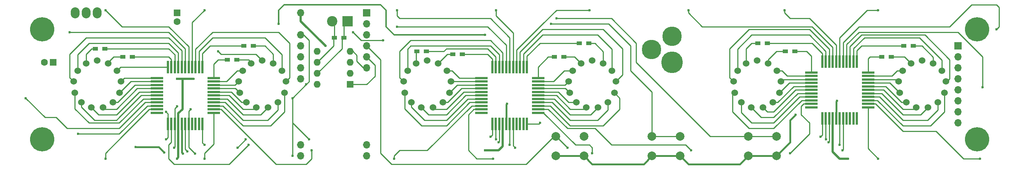
<source format=gbr>
G04 #@! TF.FileFunction,Copper,L2,Bot,Signal*
%FSLAX46Y46*%
G04 Gerber Fmt 4.6, Leading zero omitted, Abs format (unit mm)*
G04 Created by KiCad (PCBNEW 4.0.7) date Thursday, October 12, 2017 'PMt' 07:19:01 PM*
%MOMM*%
%LPD*%
G01*
G04 APERTURE LIST*
%ADD10C,0.100000*%
%ADD11R,1.200000X0.900000*%
%ADD12R,1.700000X1.700000*%
%ADD13O,1.700000X1.700000*%
%ADD14O,2.032000X2.540000*%
%ADD15R,0.560000X3.000000*%
%ADD16R,3.000000X0.560000*%
%ADD17C,1.524000*%
%ADD18C,2.000000*%
%ADD19C,2.400000*%
%ADD20R,2.400000X2.400000*%
%ADD21R,1.600000X1.600000*%
%ADD22C,1.600000*%
%ADD23C,4.500000*%
%ADD24C,5.000000*%
%ADD25O,1.600000X1.600000*%
%ADD26C,5.600000*%
%ADD27C,0.600000*%
%ADD28C,0.508000*%
%ADD29C,0.381000*%
%ADD30C,0.250000*%
%ADD31C,0.304800*%
G04 APERTURE END LIST*
D10*
D11*
X73830000Y-8255000D03*
X76030000Y-8255000D03*
X200195000Y-12700000D03*
X202395000Y-12700000D03*
X205275000Y-10160000D03*
X207475000Y-10160000D03*
X173820000Y-9525000D03*
X171620000Y-9525000D03*
X180170000Y-11430000D03*
X177970000Y-11430000D03*
X124630000Y-12700000D03*
X126830000Y-12700000D03*
X130345000Y-9525000D03*
X132545000Y-9525000D03*
X95080000Y-11430000D03*
X92880000Y-11430000D03*
X103335000Y-12065000D03*
X101135000Y-12065000D03*
X49065000Y-13335000D03*
X51265000Y-13335000D03*
X52875000Y-10160000D03*
X55075000Y-10160000D03*
X20785000Y-10795000D03*
X18585000Y-10795000D03*
X27135000Y-12700000D03*
X24935000Y-12700000D03*
D12*
X217805000Y-10160000D03*
D13*
X217805000Y-12700000D03*
X217805000Y-15240000D03*
X217805000Y-17780000D03*
X217805000Y-20320000D03*
X217805000Y-22860000D03*
X217805000Y-25400000D03*
X217805000Y-27940000D03*
D14*
X16510000Y-2540000D03*
X19050000Y-2540000D03*
X13970000Y-2540000D03*
D13*
X66040000Y-35560000D03*
X66040000Y-33020000D03*
X66040000Y-17780000D03*
X66040000Y-15240000D03*
X66040000Y-12700000D03*
X66040000Y-10160000D03*
X66040000Y-7620000D03*
D12*
X81280000Y-2540000D03*
D13*
X81280000Y-7620000D03*
X81280000Y-10160000D03*
X81280000Y-12700000D03*
X81280000Y-15240000D03*
X81280000Y-33020000D03*
X81280000Y-35560000D03*
X81280000Y-5080000D03*
X66040000Y-2540000D03*
D15*
X186500000Y-13771500D03*
X187300000Y-13771500D03*
X188100000Y-13771500D03*
X188900000Y-13771500D03*
X189700000Y-13771500D03*
X190500000Y-13771500D03*
X191300000Y-13771500D03*
X192100000Y-13771500D03*
X192900000Y-13771500D03*
X193700000Y-13771500D03*
X194500000Y-13771500D03*
D16*
X197061200Y-16320000D03*
X197061200Y-17120000D03*
X197061200Y-17920000D03*
X197061200Y-18720000D03*
X197061200Y-19520000D03*
X197061200Y-20320000D03*
X197061200Y-21120000D03*
X197061200Y-21920000D03*
X197061200Y-22720000D03*
X197061200Y-23520000D03*
X197061200Y-24320000D03*
D15*
X194500000Y-26881200D03*
X193700000Y-26881200D03*
X192900000Y-26881200D03*
X192100000Y-26881200D03*
X191300000Y-26881200D03*
X190500000Y-26881200D03*
X189700000Y-26881200D03*
X188900000Y-26881200D03*
X188100000Y-26881200D03*
X187300000Y-26881200D03*
X186500000Y-26881200D03*
D16*
X183938800Y-24320000D03*
X183938800Y-23520000D03*
X183938800Y-22720000D03*
X183938800Y-21920000D03*
X183938800Y-21120000D03*
X183938800Y-20320000D03*
X183938800Y-19520000D03*
X183938800Y-18720000D03*
X183938800Y-17920000D03*
X183938800Y-17120000D03*
X183938800Y-16320000D03*
D15*
X110300000Y-15041500D03*
X111100000Y-15041500D03*
X111900000Y-15041500D03*
X112700000Y-15041500D03*
X113500000Y-15041500D03*
X114300000Y-15041500D03*
X115100000Y-15041500D03*
X115900000Y-15041500D03*
X116700000Y-15041500D03*
X117500000Y-15041500D03*
X118300000Y-15041500D03*
D16*
X120861200Y-17590000D03*
X120861200Y-18390000D03*
X120861200Y-19190000D03*
X120861200Y-19990000D03*
X120861200Y-20790000D03*
X120861200Y-21590000D03*
X120861200Y-22390000D03*
X120861200Y-23190000D03*
X120861200Y-23990000D03*
X120861200Y-24790000D03*
X120861200Y-25590000D03*
D15*
X118300000Y-28151200D03*
X117500000Y-28151200D03*
X116700000Y-28151200D03*
X115900000Y-28151200D03*
X115100000Y-28151200D03*
X114300000Y-28151200D03*
X113500000Y-28151200D03*
X112700000Y-28151200D03*
X111900000Y-28151200D03*
X111100000Y-28151200D03*
X110300000Y-28151200D03*
D16*
X107738800Y-25590000D03*
X107738800Y-24790000D03*
X107738800Y-23990000D03*
X107738800Y-23190000D03*
X107738800Y-22390000D03*
X107738800Y-21590000D03*
X107738800Y-20790000D03*
X107738800Y-19990000D03*
X107738800Y-19190000D03*
X107738800Y-18390000D03*
X107738800Y-17590000D03*
D15*
X35370000Y-15041500D03*
X36170000Y-15041500D03*
X36970000Y-15041500D03*
X37770000Y-15041500D03*
X38570000Y-15041500D03*
X39370000Y-15041500D03*
X40170000Y-15041500D03*
X40970000Y-15041500D03*
X41770000Y-15041500D03*
X42570000Y-15041500D03*
X43370000Y-15041500D03*
D16*
X45931200Y-17590000D03*
X45931200Y-18390000D03*
X45931200Y-19190000D03*
X45931200Y-19990000D03*
X45931200Y-20790000D03*
X45931200Y-21590000D03*
X45931200Y-22390000D03*
X45931200Y-23190000D03*
X45931200Y-23990000D03*
X45931200Y-24790000D03*
X45931200Y-25590000D03*
D15*
X43370000Y-28151200D03*
X42570000Y-28151200D03*
X41770000Y-28151200D03*
X40970000Y-28151200D03*
X40170000Y-28151200D03*
X39370000Y-28151200D03*
X38570000Y-28151200D03*
X37770000Y-28151200D03*
X36970000Y-28151200D03*
X36170000Y-28151200D03*
X35370000Y-28151200D03*
D16*
X32808800Y-25590000D03*
X32808800Y-24790000D03*
X32808800Y-23990000D03*
X32808800Y-23190000D03*
X32808800Y-22390000D03*
X32808800Y-21590000D03*
X32808800Y-20790000D03*
X32808800Y-19990000D03*
X32808800Y-19190000D03*
X32808800Y-18390000D03*
X32808800Y-17590000D03*
D17*
X57150000Y-13550000D03*
X59710000Y-14180000D03*
X61680000Y-15930000D03*
X62610000Y-18390000D03*
X62290000Y-21000000D03*
X60800000Y-23170000D03*
X58470000Y-24390000D03*
X55830000Y-24390000D03*
X53500000Y-23170000D03*
X52010000Y-21000000D03*
X51690000Y-18390000D03*
X52620000Y-15930000D03*
X54590000Y-14180000D03*
X19050000Y-13550000D03*
X21610000Y-14180000D03*
X23580000Y-15930000D03*
X24510000Y-18390000D03*
X24190000Y-21000000D03*
X22700000Y-23170000D03*
X20370000Y-24390000D03*
X17730000Y-24390000D03*
X15400000Y-23170000D03*
X13910000Y-21000000D03*
X13590000Y-18390000D03*
X14520000Y-15930000D03*
X16490000Y-14180000D03*
D18*
X131445000Y-31060000D03*
X131445000Y-35560000D03*
X124945000Y-31060000D03*
X124945000Y-35560000D03*
X153670000Y-31060000D03*
X153670000Y-35560000D03*
X147170000Y-31060000D03*
X147170000Y-35560000D03*
X175895000Y-31060000D03*
X175895000Y-35560000D03*
X169395000Y-31060000D03*
X169395000Y-35560000D03*
D17*
X209550000Y-13550000D03*
X212110000Y-14180000D03*
X214080000Y-15930000D03*
X215010000Y-18390000D03*
X214690000Y-21000000D03*
X213200000Y-23170000D03*
X210870000Y-24390000D03*
X208230000Y-24390000D03*
X205900000Y-23170000D03*
X204410000Y-21000000D03*
X204090000Y-18390000D03*
X205020000Y-15930000D03*
X206990000Y-14180000D03*
X171450000Y-13550000D03*
X174010000Y-14180000D03*
X175980000Y-15930000D03*
X176910000Y-18390000D03*
X176590000Y-21000000D03*
X175100000Y-23170000D03*
X172770000Y-24390000D03*
X170130000Y-24390000D03*
X167800000Y-23170000D03*
X166310000Y-21000000D03*
X165990000Y-18390000D03*
X166920000Y-15930000D03*
X168890000Y-14180000D03*
X133350000Y-13550000D03*
X135910000Y-14180000D03*
X137880000Y-15930000D03*
X138810000Y-18390000D03*
X138490000Y-21000000D03*
X137000000Y-23170000D03*
X134670000Y-24390000D03*
X132030000Y-24390000D03*
X129700000Y-23170000D03*
X128210000Y-21000000D03*
X127890000Y-18390000D03*
X128820000Y-15930000D03*
X130790000Y-14180000D03*
X95250000Y-13550000D03*
X97810000Y-14180000D03*
X99780000Y-15930000D03*
X100710000Y-18390000D03*
X100390000Y-21000000D03*
X98900000Y-23170000D03*
X96570000Y-24390000D03*
X93930000Y-24390000D03*
X91600000Y-23170000D03*
X90110000Y-21000000D03*
X89790000Y-18390000D03*
X90720000Y-15930000D03*
X92690000Y-14180000D03*
D19*
X73335000Y-4445000D03*
D20*
X76835000Y-4445000D03*
D21*
X8890000Y-13970000D03*
D22*
X6890000Y-13970000D03*
D21*
X37465000Y-2540000D03*
D22*
X37465000Y-4540000D03*
D23*
X151765000Y-7970000D03*
X147065000Y-10970000D03*
D24*
X151765000Y-13970000D03*
D21*
X77470000Y-19050000D03*
D25*
X69850000Y-11430000D03*
X77470000Y-16510000D03*
X69850000Y-13970000D03*
X77470000Y-13970000D03*
X69850000Y-16510000D03*
X77470000Y-11430000D03*
X69850000Y-19050000D03*
D26*
X6350000Y-6350000D03*
X6350000Y-31750000D03*
X222250000Y-6350000D03*
X222250000Y-31750000D03*
D27*
X108585000Y-34290000D03*
X41275000Y-17780000D03*
X37465000Y-17780000D03*
X37465000Y-36195000D03*
X192405000Y-36195000D03*
X180340000Y-26035000D03*
X27940000Y-33528000D03*
X34544000Y-34798000D03*
X38862000Y-35052000D03*
X189865000Y-22860000D03*
X113665000Y-23495000D03*
X71755000Y-10160000D03*
X46990000Y-11430000D03*
X67310000Y-19050000D03*
X64135000Y-22225000D03*
X67945000Y-31750000D03*
X64135000Y-35560000D03*
X12700000Y-6985000D03*
X20955000Y-1905000D03*
X43815000Y-1905000D03*
X85090000Y-8890000D03*
X78105000Y-6985000D03*
X88265000Y-5715000D03*
X88265000Y-1905000D03*
X111125000Y-1905000D03*
X132715000Y-1905000D03*
X155575000Y-1905000D03*
X177800000Y-1905000D03*
X199390000Y-1905000D03*
X226695000Y-6350000D03*
X223520000Y-19685000D03*
X222885000Y-36195000D03*
X199390000Y-36195000D03*
X179070000Y-34925000D03*
X156210000Y-34290000D03*
X133350000Y-34925000D03*
X110490000Y-36195000D03*
X87630000Y-36195000D03*
X68580000Y-34290000D03*
X43815000Y-36195000D03*
X20955000Y-36195000D03*
X14605000Y-30480000D03*
X2540000Y-22225000D03*
X60960000Y-5080000D03*
X108585000Y-7620000D03*
X125095000Y-3810000D03*
X123825000Y-5080000D03*
X127635000Y-33655000D03*
X39878000Y-34544000D03*
X190500000Y-33020000D03*
X114300000Y-33020000D03*
X53975000Y-33020000D03*
X37465000Y-24130000D03*
X187960000Y-32385000D03*
X111760000Y-32385000D03*
X36830000Y-33655000D03*
X41656000Y-35052000D03*
X53340000Y-31750000D03*
X51435000Y-33655000D03*
X40640000Y-24765000D03*
X115570000Y-33655000D03*
X191135000Y-34290000D03*
X34925000Y-31750000D03*
X34925000Y-25400000D03*
X186055000Y-31115000D03*
X109855000Y-31115000D03*
X111125000Y-31750000D03*
X43815000Y-33020000D03*
X187325000Y-31750000D03*
X121285000Y-27940000D03*
D28*
X112700000Y-28151200D02*
X112700000Y-33350000D01*
X112700000Y-33350000D02*
X111760000Y-34290000D01*
X111760000Y-34290000D02*
X108585000Y-34290000D01*
X38735000Y-17780000D02*
X41275000Y-17780000D01*
X37770000Y-28151200D02*
X37770000Y-25730000D01*
X38735000Y-17780000D02*
X37465000Y-17780000D01*
X38735000Y-24765000D02*
X38735000Y-17780000D01*
X37770000Y-25730000D02*
X38735000Y-24765000D01*
X188900000Y-32055000D02*
X188900000Y-34595000D01*
X190500000Y-36195000D02*
X192405000Y-36195000D01*
X188900000Y-34595000D02*
X190500000Y-36195000D01*
X37770000Y-35560000D02*
X37770000Y-35890000D01*
X37770000Y-35890000D02*
X37465000Y-36195000D01*
X37770000Y-28151200D02*
X37770000Y-35560000D01*
X37770000Y-35560000D02*
X37770000Y-35865000D01*
X188900000Y-26881200D02*
X188900000Y-32055000D01*
D29*
X169395000Y-35560000D02*
X175895000Y-35560000D01*
X175895000Y-35560000D02*
X179070000Y-32385000D01*
X179070000Y-27305000D02*
X180340000Y-26035000D01*
X179070000Y-32385000D02*
X179070000Y-27305000D01*
X153670000Y-35560000D02*
X155575000Y-37465000D01*
X167490000Y-37465000D02*
X169395000Y-35560000D01*
X155575000Y-37465000D02*
X167490000Y-37465000D01*
X124945000Y-35560000D02*
X131445000Y-35560000D01*
X131445000Y-35560000D02*
X133350000Y-37465000D01*
X133350000Y-37465000D02*
X145265000Y-37465000D01*
X145265000Y-37465000D02*
X147170000Y-35560000D01*
X147170000Y-35560000D02*
X153670000Y-35560000D01*
X38570000Y-28151200D02*
X38570000Y-34760000D01*
X33274000Y-33528000D02*
X27940000Y-33528000D01*
X34544000Y-34798000D02*
X33274000Y-33528000D01*
X38570000Y-34760000D02*
X38862000Y-35052000D01*
X189700000Y-26881200D02*
X189700000Y-23025000D01*
X189700000Y-23025000D02*
X189865000Y-22860000D01*
X113500000Y-28151200D02*
X113500000Y-23660000D01*
X113500000Y-23660000D02*
X113665000Y-23495000D01*
D28*
X66040000Y-2540000D02*
X66040000Y-4445000D01*
X66040000Y-4445000D02*
X71755000Y-10160000D01*
D30*
X21610000Y-14180000D02*
X21610000Y-13950000D01*
X21610000Y-13950000D02*
X22860000Y-12700000D01*
X22860000Y-12700000D02*
X24935000Y-12700000D01*
X35370000Y-15041500D02*
X24468500Y-15041500D01*
X24468500Y-15041500D02*
X23580000Y-15930000D01*
X14520000Y-15930000D02*
X14520000Y-12150000D01*
X37770000Y-11735000D02*
X37770000Y-15041500D01*
X35560000Y-9525000D02*
X37770000Y-11735000D01*
X17145000Y-9525000D02*
X35560000Y-9525000D01*
X14520000Y-12150000D02*
X17145000Y-9525000D01*
X38570000Y-15041500D02*
X38570000Y-11265000D01*
X12700000Y-17500000D02*
X13590000Y-18390000D01*
X12700000Y-12065000D02*
X12700000Y-17500000D01*
X16510000Y-8255000D02*
X12700000Y-12065000D01*
X35560000Y-8255000D02*
X16510000Y-8255000D01*
X38570000Y-11265000D02*
X35560000Y-8255000D01*
X33443800Y-22390000D02*
X31538800Y-22390000D01*
X29680000Y-22390000D02*
X24130000Y-27940000D01*
X24130000Y-27940000D02*
X17145000Y-27940000D01*
X17145000Y-27940000D02*
X13910000Y-24705000D01*
X13910000Y-24705000D02*
X13910000Y-21000000D01*
X31538800Y-22390000D02*
X29680000Y-22390000D01*
X33443800Y-21590000D02*
X31538800Y-21590000D01*
X29210000Y-21590000D02*
X24130000Y-26670000D01*
X17780000Y-26670000D02*
X15400000Y-24290000D01*
X15400000Y-24290000D02*
X15400000Y-23170000D01*
X31538800Y-21590000D02*
X29210000Y-21590000D01*
X18415000Y-27305000D02*
X23495000Y-27305000D01*
X23495000Y-27305000D02*
X24130000Y-26670000D01*
X17780000Y-26670000D02*
X18415000Y-27305000D01*
X33443800Y-20790000D02*
X31538800Y-20790000D01*
X28740000Y-20790000D02*
X23495000Y-26035000D01*
X23495000Y-26035000D02*
X19375000Y-26035000D01*
X19375000Y-26035000D02*
X17730000Y-24390000D01*
X31538800Y-20790000D02*
X28740000Y-20790000D01*
X33443800Y-19990000D02*
X31538800Y-19990000D01*
X28270000Y-19990000D02*
X23495000Y-24765000D01*
X23495000Y-24765000D02*
X20745000Y-24765000D01*
X31538800Y-19990000D02*
X28270000Y-19990000D01*
X20745000Y-24765000D02*
X20370000Y-24390000D01*
X33443800Y-19190000D02*
X31538800Y-19190000D01*
X27800000Y-19190000D02*
X23820000Y-23170000D01*
X23820000Y-23170000D02*
X22700000Y-23170000D01*
X31538800Y-19190000D02*
X27800000Y-19190000D01*
X33443800Y-18390000D02*
X31538800Y-18390000D01*
X26800000Y-18390000D02*
X24190000Y-21000000D01*
X31538800Y-18390000D02*
X26800000Y-18390000D01*
X33443800Y-17590000D02*
X31538800Y-17590000D01*
X25310000Y-17590000D02*
X24510000Y-18390000D01*
X31538800Y-17590000D02*
X25310000Y-17590000D01*
X16490000Y-14180000D02*
X16490000Y-12085000D01*
X17780000Y-10795000D02*
X18585000Y-10795000D01*
X16490000Y-12085000D02*
X17780000Y-10795000D01*
X55665000Y-12065000D02*
X57150000Y-13550000D01*
X47625000Y-12065000D02*
X55665000Y-12065000D01*
X46990000Y-11430000D02*
X47625000Y-12065000D01*
X55325000Y-10160000D02*
X57785000Y-10160000D01*
X59710000Y-12085000D02*
X59710000Y-14180000D01*
X57785000Y-10160000D02*
X59710000Y-12085000D01*
X42570000Y-15041500D02*
X42570000Y-11405000D01*
X61680000Y-12150000D02*
X61680000Y-15930000D01*
X57785000Y-8255000D02*
X61680000Y-12150000D01*
X45720000Y-8255000D02*
X57785000Y-8255000D01*
X42570000Y-11405000D02*
X45720000Y-8255000D01*
X46566200Y-18390000D02*
X48920000Y-18390000D01*
X48920000Y-18390000D02*
X51380000Y-15930000D01*
X51380000Y-15930000D02*
X52620000Y-15930000D01*
X50915000Y-19165000D02*
X46591200Y-19165000D01*
X46591200Y-19165000D02*
X46566200Y-19190000D01*
X50890000Y-19190000D02*
X50915000Y-19165000D01*
X50915000Y-19165000D02*
X51690000Y-18390000D01*
X46566200Y-19990000D02*
X51000000Y-19990000D01*
X51000000Y-19990000D02*
X52010000Y-21000000D01*
X46566200Y-20790000D02*
X50000000Y-20790000D01*
X52380000Y-23170000D02*
X53500000Y-23170000D01*
X50000000Y-20790000D02*
X52380000Y-23170000D01*
X46566200Y-21590000D02*
X49530000Y-21590000D01*
X52705000Y-24765000D02*
X55455000Y-24765000D01*
X49530000Y-21590000D02*
X52705000Y-24765000D01*
X55455000Y-24765000D02*
X55830000Y-24390000D01*
X55455000Y-24765000D02*
X55830000Y-24390000D01*
X46566200Y-22390000D02*
X49060000Y-22390000D01*
X56825000Y-26035000D02*
X58470000Y-24390000D01*
X52705000Y-26035000D02*
X56825000Y-26035000D01*
X49060000Y-22390000D02*
X52705000Y-26035000D01*
X46566200Y-23190000D02*
X48590000Y-23190000D01*
X60800000Y-24925000D02*
X60800000Y-23170000D01*
X58420000Y-27305000D02*
X60800000Y-24925000D01*
X52705000Y-27305000D02*
X58420000Y-27305000D01*
X48590000Y-23190000D02*
X52705000Y-27305000D01*
X45931200Y-23990000D02*
X48120000Y-23990000D01*
X62290000Y-25340000D02*
X62290000Y-21000000D01*
X59055000Y-28575000D02*
X62290000Y-25340000D01*
X52705000Y-28575000D02*
X59055000Y-28575000D01*
X48120000Y-23990000D02*
X52705000Y-28575000D01*
X59690000Y-6985000D02*
X60960000Y-6985000D01*
X41770000Y-10935000D02*
X45720000Y-6985000D01*
X45720000Y-6985000D02*
X59690000Y-6985000D01*
X41770000Y-15041500D02*
X41770000Y-10935000D01*
X63500000Y-17500000D02*
X62610000Y-18390000D01*
X63500000Y-9525000D02*
X63500000Y-17500000D01*
X60960000Y-6985000D02*
X63500000Y-9525000D01*
X54590000Y-14180000D02*
X54590000Y-13950000D01*
X54590000Y-13950000D02*
X53975000Y-13335000D01*
X53975000Y-13335000D02*
X51515000Y-13335000D01*
X101135000Y-12065000D02*
X99925000Y-12065000D01*
X99925000Y-12065000D02*
X97810000Y-14180000D01*
X107738800Y-17590000D02*
X102680000Y-17590000D01*
X101020000Y-15930000D02*
X99780000Y-15930000D01*
X102680000Y-17590000D02*
X101020000Y-15930000D01*
X111900000Y-15041500D02*
X111900000Y-12205000D01*
X90720000Y-10880000D02*
X90720000Y-15930000D01*
X91440000Y-10160000D02*
X90720000Y-10880000D01*
X109855000Y-10160000D02*
X91440000Y-10160000D01*
X111900000Y-12205000D02*
X109855000Y-10160000D01*
X112700000Y-15041500D02*
X112700000Y-11735000D01*
X88900000Y-17500000D02*
X89790000Y-18390000D01*
X88900000Y-11430000D02*
X88900000Y-17500000D01*
X91440000Y-8890000D02*
X88900000Y-11430000D01*
X109855000Y-8890000D02*
X91440000Y-8890000D01*
X112700000Y-11735000D02*
X109855000Y-8890000D01*
X107738800Y-23190000D02*
X105080000Y-23190000D01*
X90110000Y-24705000D02*
X90110000Y-21000000D01*
X93980000Y-28575000D02*
X90110000Y-24705000D01*
X99695000Y-28575000D02*
X93980000Y-28575000D01*
X105080000Y-23190000D02*
X99695000Y-28575000D01*
X107738800Y-22390000D02*
X104610000Y-22390000D01*
X91600000Y-24290000D02*
X91600000Y-23170000D01*
X94615000Y-27305000D02*
X91600000Y-24290000D01*
X99695000Y-27305000D02*
X94615000Y-27305000D01*
X104610000Y-22390000D02*
X99695000Y-27305000D01*
X107738800Y-21590000D02*
X104140000Y-21590000D01*
X95575000Y-26035000D02*
X93930000Y-24390000D01*
X99695000Y-26035000D02*
X95575000Y-26035000D01*
X104140000Y-21590000D02*
X99695000Y-26035000D01*
X107738800Y-20790000D02*
X103670000Y-20790000D01*
X99695000Y-24765000D02*
X96945000Y-24765000D01*
X103670000Y-20790000D02*
X99695000Y-24765000D01*
X96945000Y-24765000D02*
X96570000Y-24390000D01*
X107738800Y-19990000D02*
X103200000Y-19990000D01*
X100020000Y-23170000D02*
X98900000Y-23170000D01*
X103200000Y-19990000D02*
X100020000Y-23170000D01*
X107738800Y-19190000D02*
X102200000Y-19190000D01*
X102200000Y-19190000D02*
X100390000Y-21000000D01*
X107738800Y-18390000D02*
X100710000Y-18390000D01*
X92690000Y-14180000D02*
X92690000Y-11620000D01*
X92690000Y-11620000D02*
X92880000Y-11430000D01*
X132795000Y-9525000D02*
X133985000Y-9525000D01*
X135910000Y-11450000D02*
X135910000Y-14180000D01*
X133985000Y-9525000D02*
X135910000Y-11450000D01*
X117500000Y-15041500D02*
X117500000Y-12040000D01*
X137880000Y-10880000D02*
X137880000Y-15930000D01*
X134620000Y-7620000D02*
X137880000Y-10880000D01*
X121920000Y-7620000D02*
X134620000Y-7620000D01*
X117500000Y-12040000D02*
X121920000Y-7620000D01*
X120861200Y-18390000D02*
X124485000Y-18390000D01*
X126945000Y-15930000D02*
X128820000Y-15930000D01*
X124485000Y-18390000D02*
X126945000Y-15930000D01*
X120861200Y-19190000D02*
X127090000Y-19190000D01*
X127090000Y-19190000D02*
X127890000Y-18390000D01*
X120861200Y-19990000D02*
X127200000Y-19990000D01*
X127200000Y-19990000D02*
X128210000Y-21000000D01*
X120861200Y-20790000D02*
X125565000Y-20790000D01*
X127945000Y-23170000D02*
X129700000Y-23170000D01*
X125565000Y-20790000D02*
X127945000Y-23170000D01*
X120861200Y-21590000D02*
X125095000Y-21590000D01*
X131655000Y-24765000D02*
X132030000Y-24390000D01*
X128270000Y-24765000D02*
X131655000Y-24765000D01*
X125095000Y-21590000D02*
X128270000Y-24765000D01*
X120861200Y-22390000D02*
X124625000Y-22390000D01*
X133025000Y-26035000D02*
X134670000Y-24390000D01*
X128270000Y-26035000D02*
X133025000Y-26035000D01*
X124625000Y-22390000D02*
X128270000Y-26035000D01*
X120861200Y-23190000D02*
X124155000Y-23190000D01*
X137000000Y-24925000D02*
X137000000Y-23170000D01*
X134620000Y-27305000D02*
X137000000Y-24925000D01*
X128270000Y-27305000D02*
X134620000Y-27305000D01*
X124155000Y-23190000D02*
X128270000Y-27305000D01*
X123685000Y-23990000D02*
X128270000Y-28575000D01*
X120861200Y-23990000D02*
X123685000Y-23990000D01*
X139700000Y-22210000D02*
X138490000Y-21000000D01*
X139700000Y-24765000D02*
X139700000Y-22210000D01*
X135890000Y-28575000D02*
X139700000Y-24765000D01*
X128270000Y-28575000D02*
X135890000Y-28575000D01*
X116700000Y-15041500D02*
X116700000Y-11570000D01*
X140335000Y-16865000D02*
X138810000Y-18390000D01*
X140335000Y-10795000D02*
X140335000Y-16865000D01*
X135890000Y-6350000D02*
X140335000Y-10795000D01*
X121920000Y-6350000D02*
X135890000Y-6350000D01*
X116700000Y-11570000D02*
X121920000Y-6350000D01*
X127080000Y-12700000D02*
X129310000Y-12700000D01*
X129310000Y-12700000D02*
X130790000Y-14180000D01*
X174010000Y-14180000D02*
X174010000Y-13315000D01*
X175895000Y-11430000D02*
X177720000Y-11430000D01*
X174010000Y-13315000D02*
X175895000Y-11430000D01*
X183303800Y-17120000D02*
X178410000Y-17120000D01*
X177220000Y-15930000D02*
X175980000Y-15930000D01*
X178410000Y-17120000D02*
X177220000Y-15930000D01*
X187300000Y-13771500D02*
X187300000Y-11405000D01*
X166920000Y-10880000D02*
X166920000Y-15930000D01*
X170180000Y-7620000D02*
X166920000Y-10880000D01*
X183515000Y-7620000D02*
X170180000Y-7620000D01*
X187300000Y-11405000D02*
X183515000Y-7620000D01*
X188100000Y-13771500D02*
X188100000Y-10935000D01*
X165100000Y-17500000D02*
X165990000Y-18390000D01*
X165100000Y-10795000D02*
X165100000Y-17500000D01*
X169545000Y-6350000D02*
X165100000Y-10795000D01*
X183515000Y-6350000D02*
X169545000Y-6350000D01*
X188100000Y-10935000D02*
X183515000Y-6350000D01*
X183938800Y-22720000D02*
X181750000Y-22720000D01*
X165735000Y-21575000D02*
X166310000Y-21000000D01*
X165735000Y-25400000D02*
X165735000Y-21575000D01*
X169545000Y-29210000D02*
X165735000Y-25400000D01*
X175260000Y-29210000D02*
X169545000Y-29210000D01*
X181750000Y-22720000D02*
X175260000Y-29210000D01*
X183938800Y-21920000D02*
X181280000Y-21920000D01*
X167800000Y-25560000D02*
X167800000Y-23170000D01*
X170180000Y-27940000D02*
X167800000Y-25560000D01*
X175260000Y-27940000D02*
X170180000Y-27940000D01*
X181280000Y-21920000D02*
X175260000Y-27940000D01*
X183303800Y-21120000D02*
X180810000Y-21120000D01*
X172410000Y-26670000D02*
X170130000Y-24390000D01*
X175260000Y-26670000D02*
X172410000Y-26670000D01*
X180810000Y-21120000D02*
X175260000Y-26670000D01*
X183303800Y-20320000D02*
X180340000Y-20320000D01*
X173780000Y-25400000D02*
X172770000Y-24390000D01*
X175260000Y-25400000D02*
X173780000Y-25400000D01*
X180340000Y-20320000D02*
X175260000Y-25400000D01*
X183303800Y-19520000D02*
X179870000Y-19520000D01*
X176220000Y-23170000D02*
X175100000Y-23170000D01*
X179870000Y-19520000D02*
X176220000Y-23170000D01*
X183303800Y-18720000D02*
X178870000Y-18720000D01*
X178870000Y-18720000D02*
X176590000Y-21000000D01*
X183303800Y-17920000D02*
X177380000Y-17920000D01*
X177380000Y-17920000D02*
X176910000Y-18390000D01*
X168890000Y-14180000D02*
X168890000Y-10815000D01*
X170180000Y-9525000D02*
X171370000Y-9525000D01*
X168890000Y-10815000D02*
X170180000Y-9525000D01*
X207725000Y-10160000D02*
X209550000Y-10160000D01*
X212110000Y-12720000D02*
X212110000Y-14180000D01*
X209550000Y-10160000D02*
X212110000Y-12720000D01*
X193700000Y-13771500D02*
X193700000Y-10770000D01*
X214080000Y-13420000D02*
X214080000Y-15930000D01*
X208915000Y-8255000D02*
X214080000Y-13420000D01*
X196215000Y-8255000D02*
X208915000Y-8255000D01*
X193700000Y-10770000D02*
X196215000Y-8255000D01*
X196426200Y-17120000D02*
X202590000Y-17120000D01*
X203780000Y-15930000D02*
X205020000Y-15930000D01*
X202590000Y-17120000D02*
X203780000Y-15930000D01*
X196426200Y-17920000D02*
X203620000Y-17920000D01*
X203620000Y-17920000D02*
X204090000Y-18390000D01*
X196426200Y-18720000D02*
X202130000Y-18720000D01*
X202130000Y-18720000D02*
X204410000Y-21000000D01*
X196426200Y-19520000D02*
X201130000Y-19520000D01*
X204780000Y-23170000D02*
X205900000Y-23170000D01*
X201130000Y-19520000D02*
X204780000Y-23170000D01*
X207855000Y-24765000D02*
X205105000Y-24765000D01*
X200660000Y-20320000D02*
X205105000Y-24765000D01*
X200660000Y-20320000D02*
X197061200Y-20320000D01*
X207855000Y-24765000D02*
X208230000Y-24390000D01*
X207855000Y-24765000D02*
X208230000Y-24390000D01*
X197061200Y-21120000D02*
X200190000Y-21120000D01*
X209225000Y-26035000D02*
X210870000Y-24390000D01*
X205105000Y-26035000D02*
X209225000Y-26035000D01*
X200190000Y-21120000D02*
X205105000Y-26035000D01*
X197061200Y-21920000D02*
X199720000Y-21920000D01*
X213200000Y-24925000D02*
X213200000Y-23170000D01*
X210820000Y-27305000D02*
X213200000Y-24925000D01*
X205105000Y-27305000D02*
X210820000Y-27305000D01*
X199720000Y-21920000D02*
X205105000Y-27305000D01*
X197061200Y-22720000D02*
X199250000Y-22720000D01*
X214690000Y-25340000D02*
X214690000Y-21000000D01*
X211455000Y-28575000D02*
X214690000Y-25340000D01*
X205105000Y-28575000D02*
X211455000Y-28575000D01*
X199250000Y-22720000D02*
X205105000Y-28575000D01*
X215010000Y-18390000D02*
X215290000Y-18390000D01*
X215290000Y-18390000D02*
X215900000Y-17780000D01*
X215900000Y-17780000D02*
X215900000Y-13335000D01*
X192900000Y-13771500D02*
X192900000Y-10300000D01*
X210185000Y-7620000D02*
X215900000Y-13335000D01*
X195580000Y-7620000D02*
X210185000Y-7620000D01*
X192900000Y-10300000D02*
X195580000Y-7620000D01*
X202645000Y-12700000D02*
X205510000Y-12700000D01*
X205510000Y-12700000D02*
X206990000Y-14180000D01*
X27135000Y-12700000D02*
X35560000Y-12700000D01*
X36170000Y-13310000D02*
X36170000Y-15041500D01*
X35560000Y-12700000D02*
X36170000Y-13310000D01*
X20785000Y-10795000D02*
X35560000Y-10795000D01*
X36970000Y-12205000D02*
X36970000Y-15041500D01*
X35560000Y-10795000D02*
X36970000Y-12205000D01*
X43370000Y-15041500D02*
X43370000Y-11875000D01*
X45085000Y-10160000D02*
X52625000Y-10160000D01*
X43370000Y-11875000D02*
X45085000Y-10160000D01*
X47625000Y-13335000D02*
X46990000Y-13335000D01*
X48815000Y-13335000D02*
X47625000Y-13335000D01*
X45931200Y-14393800D02*
X45931200Y-17590000D01*
X46990000Y-13335000D02*
X45931200Y-14393800D01*
X110300000Y-15041500D02*
X110300000Y-13145000D01*
X109220000Y-12065000D02*
X103335000Y-12065000D01*
X110300000Y-13145000D02*
X109220000Y-12065000D01*
X95080000Y-11430000D02*
X99060000Y-11430000D01*
X111100000Y-12675000D02*
X111100000Y-15041500D01*
X109220000Y-10795000D02*
X111100000Y-12675000D01*
X99695000Y-10795000D02*
X109220000Y-10795000D01*
X99060000Y-11430000D02*
X99695000Y-10795000D01*
X118300000Y-15041500D02*
X118300000Y-12510000D01*
X121285000Y-9525000D02*
X130095000Y-9525000D01*
X118300000Y-12510000D02*
X121285000Y-9525000D01*
X120861200Y-17590000D02*
X120861200Y-15028800D01*
X123190000Y-12700000D02*
X124380000Y-12700000D01*
X120861200Y-15028800D02*
X123190000Y-12700000D01*
X180420000Y-11430000D02*
X182880000Y-11430000D01*
X183938800Y-12488800D02*
X183938800Y-16320000D01*
X182880000Y-11430000D02*
X183938800Y-12488800D01*
X186500000Y-13771500D02*
X186500000Y-11875000D01*
X184150000Y-9525000D02*
X174070000Y-9525000D01*
X186500000Y-11875000D02*
X184150000Y-9525000D01*
X194500000Y-13771500D02*
X194500000Y-11240000D01*
X195580000Y-10160000D02*
X205025000Y-10160000D01*
X194500000Y-11240000D02*
X195580000Y-10160000D01*
X197061200Y-13970000D02*
X197061200Y-13123800D01*
X197485000Y-12700000D02*
X199945000Y-12700000D01*
X197061200Y-13123800D02*
X197485000Y-12700000D01*
X197061200Y-16320000D02*
X197061200Y-13970000D01*
X197061200Y-13970000D02*
X197061200Y-13758800D01*
X64135000Y-22225000D02*
X64135000Y-25400000D01*
X64135000Y-25400000D02*
X64135000Y-27940000D01*
X66040000Y-7620000D02*
X66675000Y-7620000D01*
X66675000Y-7620000D02*
X67945000Y-8890000D01*
X67945000Y-18415000D02*
X67310000Y-19050000D01*
X67310000Y-19050000D02*
X64135000Y-22225000D01*
X67945000Y-8890000D02*
X67945000Y-18415000D01*
X67945000Y-31750000D02*
X64135000Y-27940000D01*
X64135000Y-35560000D02*
X64135000Y-27940000D01*
X77470000Y-19050000D02*
X81280000Y-19050000D01*
X83185000Y-14605000D02*
X81280000Y-12700000D01*
X83185000Y-17145000D02*
X83185000Y-14605000D01*
X81280000Y-19050000D02*
X83185000Y-17145000D01*
X77470000Y-11430000D02*
X78105000Y-11430000D01*
X78105000Y-11430000D02*
X78994000Y-12319000D01*
X78994000Y-13716000D02*
X80518000Y-15240000D01*
X78994000Y-12319000D02*
X78994000Y-13716000D01*
X80518000Y-15240000D02*
X80645000Y-15240000D01*
X76835000Y-11430000D02*
X77470000Y-11430000D01*
X39370000Y-15041500D02*
X39370000Y-10795000D01*
X35560000Y-6985000D02*
X12700000Y-6985000D01*
X39370000Y-10795000D02*
X35560000Y-6985000D01*
X40170000Y-15041500D02*
X40170000Y-10325000D01*
X24765000Y-5715000D02*
X20955000Y-1905000D01*
X35560000Y-5715000D02*
X24765000Y-5715000D01*
X40170000Y-10325000D02*
X35560000Y-5715000D01*
X40970000Y-10795000D02*
X40970000Y-4750000D01*
X40970000Y-4750000D02*
X43815000Y-1905000D01*
X40970000Y-15041500D02*
X40970000Y-10795000D01*
X40970000Y-10795000D02*
X40970000Y-10465000D01*
X80010000Y-8890000D02*
X85090000Y-8890000D01*
X78105000Y-6985000D02*
X80010000Y-8890000D01*
X113500000Y-9995000D02*
X109220000Y-5715000D01*
X109220000Y-5715000D02*
X88265000Y-5715000D01*
X113500000Y-9995000D02*
X113500000Y-15041500D01*
X114300000Y-15041500D02*
X114300000Y-8255000D01*
X88900000Y-3810000D02*
X88265000Y-3175000D01*
X88265000Y-3175000D02*
X88265000Y-1905000D01*
X109855000Y-3810000D02*
X88900000Y-3810000D01*
X114300000Y-8255000D02*
X109855000Y-3810000D01*
X115100000Y-15041500D02*
X115100000Y-7150000D01*
X111125000Y-3175000D02*
X111125000Y-1905000D01*
X115100000Y-7150000D02*
X111125000Y-3175000D01*
X121920000Y-5080000D02*
X125095000Y-1905000D01*
X115900000Y-11100000D02*
X121920000Y-5080000D01*
X115900000Y-15041500D02*
X115900000Y-11100000D01*
X125095000Y-1905000D02*
X132715000Y-1905000D01*
X160909000Y-5715000D02*
X158750000Y-5715000D01*
X188900000Y-10465000D02*
X184150000Y-5715000D01*
X184150000Y-5715000D02*
X160909000Y-5715000D01*
X188900000Y-13771500D02*
X188900000Y-10465000D01*
X155575000Y-2540000D02*
X155575000Y-1905000D01*
X158750000Y-5715000D02*
X155575000Y-2540000D01*
X183515000Y-3810000D02*
X179070000Y-3810000D01*
X189700000Y-9995000D02*
X183515000Y-3810000D01*
X189700000Y-13771500D02*
X189700000Y-9995000D01*
X177800000Y-2540000D02*
X177800000Y-1905000D01*
X179070000Y-3810000D02*
X177800000Y-2540000D01*
X194945000Y-3810000D02*
X196850000Y-1905000D01*
X190500000Y-8255000D02*
X194945000Y-3810000D01*
X190500000Y-13771500D02*
X190500000Y-8255000D01*
X196850000Y-1905000D02*
X199390000Y-1905000D01*
X215265000Y-5715000D02*
X215900000Y-5715000D01*
X227330000Y-5715000D02*
X226695000Y-6350000D01*
X227330000Y-1270000D02*
X227330000Y-5715000D01*
X226695000Y-635000D02*
X227330000Y-1270000D01*
X220980000Y-635000D02*
X226695000Y-635000D01*
X215900000Y-5715000D02*
X220980000Y-635000D01*
X191300000Y-9360000D02*
X194945000Y-5715000D01*
X194945000Y-5715000D02*
X215265000Y-5715000D01*
X191300000Y-13771500D02*
X191300000Y-9360000D01*
X223520000Y-19685000D02*
X223520000Y-12700000D01*
X192100000Y-9830000D02*
X192100000Y-13771500D01*
X194945000Y-6985000D02*
X217805000Y-6985000D01*
X192100000Y-9830000D02*
X194945000Y-6985000D01*
X217805000Y-6985000D02*
X223520000Y-12700000D01*
X222885000Y-36195000D02*
X219075000Y-36195000D01*
X219075000Y-36195000D02*
X212725000Y-29845000D01*
X198780000Y-23520000D02*
X205105000Y-29845000D01*
X197061200Y-23520000D02*
X198780000Y-23520000D01*
X205105000Y-29845000D02*
X212725000Y-29845000D01*
X197061200Y-24320000D02*
X197061200Y-33866200D01*
X197061200Y-33866200D02*
X199390000Y-36195000D01*
X181610000Y-32385000D02*
X183515000Y-30480000D01*
X183515000Y-27940000D02*
X181610000Y-26035000D01*
X183515000Y-30480000D02*
X183515000Y-27940000D01*
X181610000Y-24130000D02*
X181610000Y-26035000D01*
X182245000Y-23520000D02*
X182220000Y-23520000D01*
X182220000Y-23520000D02*
X181610000Y-24130000D01*
X183938800Y-23520000D02*
X182245000Y-23520000D01*
X181610000Y-32385000D02*
X179070000Y-34925000D01*
X123190000Y-24790000D02*
X123215000Y-24790000D01*
X123215000Y-24790000D02*
X127635000Y-29210000D01*
X120861200Y-24790000D02*
X123190000Y-24790000D01*
X156210000Y-34290000D02*
X154940000Y-33020000D01*
X137795000Y-33020000D02*
X133985000Y-29210000D01*
X154940000Y-33020000D02*
X137795000Y-33020000D01*
X127635000Y-29210000D02*
X133985000Y-29210000D01*
X120861200Y-25590000D02*
X122110000Y-25590000D01*
X122110000Y-25590000D02*
X129540000Y-33020000D01*
X133350000Y-33655000D02*
X133350000Y-34925000D01*
X132715000Y-33020000D02*
X133350000Y-33655000D01*
X129540000Y-33020000D02*
X132715000Y-33020000D01*
X110490000Y-36195000D02*
X106680000Y-36195000D01*
X104775000Y-34290000D02*
X104775000Y-30480000D01*
X106680000Y-36195000D02*
X104775000Y-34290000D01*
X106020000Y-24790000D02*
X104775000Y-26035000D01*
X107738800Y-24790000D02*
X106020000Y-24790000D01*
X104775000Y-26035000D02*
X104775000Y-30480000D01*
X92075000Y-34290000D02*
X88900000Y-34290000D01*
X87630000Y-35560000D02*
X87630000Y-36195000D01*
X88900000Y-34290000D02*
X87630000Y-35560000D01*
X107738800Y-23990000D02*
X105550000Y-23990000D01*
X95250000Y-34290000D02*
X92075000Y-34290000D01*
X92075000Y-34290000D02*
X91948000Y-34290000D01*
X105550000Y-23990000D02*
X95250000Y-34290000D01*
X47650000Y-24790000D02*
X60325000Y-37465000D01*
X60325000Y-37465000D02*
X67310000Y-37465000D01*
X67310000Y-37465000D02*
X68580000Y-36195000D01*
X68580000Y-36195000D02*
X68580000Y-34290000D01*
X45931200Y-24790000D02*
X47650000Y-24790000D01*
X45931200Y-30480000D02*
X45931200Y-32808800D01*
X43815000Y-34925000D02*
X43815000Y-36195000D01*
X45931200Y-32808800D02*
X43815000Y-34925000D01*
X45931200Y-25590000D02*
X45931200Y-30480000D01*
X45931200Y-30480000D02*
X45931200Y-30691200D01*
X24892000Y-30988000D02*
X20955000Y-34925000D01*
X33443800Y-24790000D02*
X31115000Y-24790000D01*
X31090000Y-24790000D02*
X24892000Y-30988000D01*
X31115000Y-24790000D02*
X31090000Y-24790000D01*
X20955000Y-34925000D02*
X20955000Y-36195000D01*
X33443800Y-23990000D02*
X30620000Y-23990000D01*
X24130000Y-30480000D02*
X14605000Y-30480000D01*
X30620000Y-23990000D02*
X24130000Y-30480000D01*
X6985000Y-26670000D02*
X9525000Y-26670000D01*
X9525000Y-26670000D02*
X12065000Y-29210000D01*
X14605000Y-29210000D02*
X12065000Y-29210000D01*
X15875000Y-29210000D02*
X14605000Y-29210000D01*
X30150000Y-23190000D02*
X24130000Y-29210000D01*
X24130000Y-29210000D02*
X15875000Y-29210000D01*
X31750000Y-23190000D02*
X30150000Y-23190000D01*
X6985000Y-26670000D02*
X2540000Y-22225000D01*
X31750000Y-23190000D02*
X33443800Y-23190000D01*
X32173800Y-23190000D02*
X31750000Y-23190000D01*
D31*
X60960000Y-5080000D02*
X60960000Y-1905000D01*
X60960000Y-1905000D02*
X62230000Y-635000D01*
X62230000Y-635000D02*
X84455000Y-635000D01*
X84455000Y-635000D02*
X85725000Y-1905000D01*
X85725000Y-1905000D02*
X85725000Y-5715000D01*
X85725000Y-5715000D02*
X87630000Y-7620000D01*
X87630000Y-7620000D02*
X108585000Y-7620000D01*
D30*
X76030000Y-8255000D02*
X76030000Y-5250000D01*
X76030000Y-5250000D02*
X76835000Y-4445000D01*
X69850000Y-16510000D02*
X75565000Y-10795000D01*
X75565000Y-8720000D02*
X76030000Y-8255000D01*
X75565000Y-10795000D02*
X75565000Y-8720000D01*
X73830000Y-8255000D02*
X73830000Y-4940000D01*
X73830000Y-4940000D02*
X73335000Y-4445000D01*
X69850000Y-13970000D02*
X73660000Y-10160000D01*
X73660000Y-10160000D02*
X73660000Y-8425000D01*
X73660000Y-8425000D02*
X73830000Y-8255000D01*
X158115000Y-28575000D02*
X147320000Y-17780000D01*
X144780000Y-15240000D02*
X143510000Y-13970000D01*
X147320000Y-17780000D02*
X144780000Y-15240000D01*
X143510000Y-9525000D02*
X137795000Y-3810000D01*
X137795000Y-3810000D02*
X125095000Y-3810000D01*
X143510000Y-13970000D02*
X143510000Y-9525000D01*
X169395000Y-31060000D02*
X175895000Y-31060000D01*
X160655000Y-31060000D02*
X160600000Y-31060000D01*
X160600000Y-31060000D02*
X158115000Y-28575000D01*
X169395000Y-31060000D02*
X160655000Y-31060000D01*
X147170000Y-31060000D02*
X153670000Y-31060000D01*
X147170000Y-31060000D02*
X147170000Y-20805000D01*
X137160000Y-5080000D02*
X123825000Y-5080000D01*
X142240000Y-10160000D02*
X137160000Y-5080000D01*
X142240000Y-15875000D02*
X142240000Y-10160000D01*
X147170000Y-20805000D02*
X142240000Y-15875000D01*
X124945000Y-31060000D02*
X125040000Y-31060000D01*
X125040000Y-31060000D02*
X127635000Y-33655000D01*
X84455000Y-34925000D02*
X84455000Y-13335000D01*
X84455000Y-13335000D02*
X81280000Y-10160000D01*
X124945000Y-31060000D02*
X124515000Y-31060000D01*
X124515000Y-31060000D02*
X118110000Y-37465000D01*
X118110000Y-37465000D02*
X86995000Y-37465000D01*
X86995000Y-37465000D02*
X84455000Y-34925000D01*
X39370000Y-33782000D02*
X39370000Y-34036000D01*
X39370000Y-28151200D02*
X39370000Y-33782000D01*
X39370000Y-34036000D02*
X39878000Y-34544000D01*
X190500000Y-33020000D02*
X190500000Y-26881200D01*
X114300000Y-33020000D02*
X114300000Y-28151200D01*
X36170000Y-28151200D02*
X36170000Y-32410000D01*
X49530000Y-37465000D02*
X53975000Y-33020000D01*
X36830000Y-37465000D02*
X49530000Y-37465000D01*
X35560000Y-36195000D02*
X36830000Y-37465000D01*
X35560000Y-33020000D02*
X35560000Y-36195000D01*
X36170000Y-32410000D02*
X35560000Y-33020000D01*
X36970000Y-28151200D02*
X36970000Y-24625000D01*
X36970000Y-24625000D02*
X37465000Y-24130000D01*
X188100000Y-32245000D02*
X188100000Y-26881200D01*
X187960000Y-32385000D02*
X188100000Y-32245000D01*
X111900000Y-30975000D02*
X111900000Y-32245000D01*
X111900000Y-32245000D02*
X111760000Y-32385000D01*
X36970000Y-28151200D02*
X36970000Y-33515000D01*
X111900000Y-30975000D02*
X111900000Y-28151200D01*
X36970000Y-33515000D02*
X36830000Y-33655000D01*
X40170000Y-33566000D02*
X40170000Y-33312000D01*
X41656000Y-35052000D02*
X40170000Y-33566000D01*
X40170000Y-28151200D02*
X40170000Y-33274000D01*
X51435000Y-33655000D02*
X53340000Y-31750000D01*
X40640000Y-24765000D02*
X40170000Y-25235000D01*
X40170000Y-25235000D02*
X40170000Y-28151200D01*
X115570000Y-33655000D02*
X115100000Y-33185000D01*
X191300000Y-26881200D02*
X191300000Y-34125000D01*
X191300000Y-34125000D02*
X191135000Y-34290000D01*
X115100000Y-33185000D02*
X115100000Y-28151200D01*
X35370000Y-28151200D02*
X35370000Y-31305000D01*
X35370000Y-31305000D02*
X34925000Y-31750000D01*
X35370000Y-25845000D02*
X35370000Y-28151200D01*
X34925000Y-25400000D02*
X35370000Y-25845000D01*
X186055000Y-31115000D02*
X186500000Y-30670000D01*
X186500000Y-30670000D02*
X186500000Y-26881200D01*
X110300000Y-30670000D02*
X110300000Y-28151200D01*
X109855000Y-31115000D02*
X110300000Y-30670000D01*
X43370000Y-28151200D02*
X43370000Y-32575000D01*
X111100000Y-31725000D02*
X111100000Y-28151200D01*
X111125000Y-31750000D02*
X111100000Y-31725000D01*
X43370000Y-32575000D02*
X43815000Y-33020000D01*
X118300000Y-28151200D02*
X121073800Y-28151200D01*
X187300000Y-31725000D02*
X187300000Y-26881200D01*
X187325000Y-31750000D02*
X187300000Y-31725000D01*
X121073800Y-28151200D02*
X121285000Y-27940000D01*
M02*

</source>
